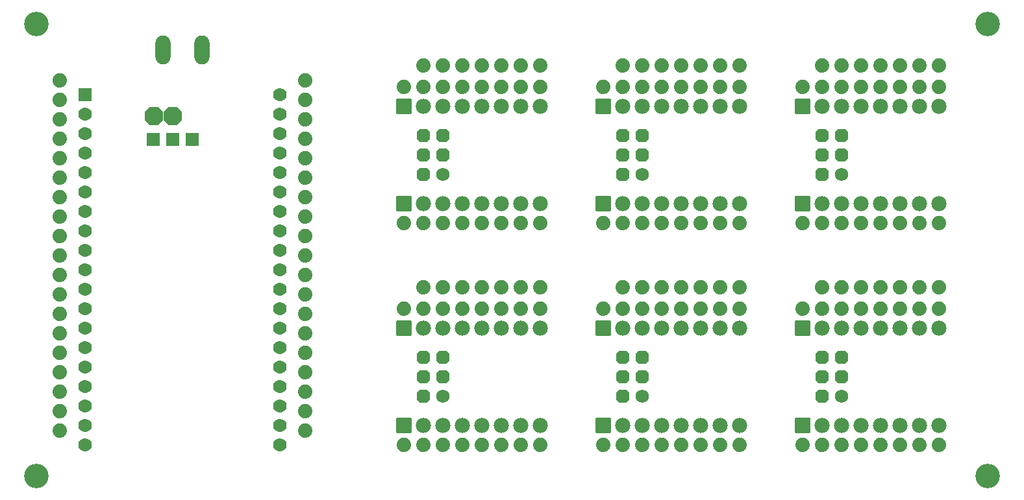
<source format=gbr>
%TF.GenerationSoftware,KiCad,Pcbnew,6.0.4-6f826c9f35~116~ubuntu20.04.1*%
%TF.CreationDate,2022-11-05T12:05:42+01:00*%
%TF.ProjectId,OST,4f53542e-6b69-4636-9164-5f7063625858,rev?*%
%TF.SameCoordinates,Original*%
%TF.FileFunction,Soldermask,Top*%
%TF.FilePolarity,Negative*%
%FSLAX46Y46*%
G04 Gerber Fmt 4.6, Leading zero omitted, Abs format (unit mm)*
G04 Created by KiCad (PCBNEW 6.0.4-6f826c9f35~116~ubuntu20.04.1) date 2022-11-05 12:05:42*
%MOMM*%
%LPD*%
G01*
G04 APERTURE LIST*
G04 Aperture macros list*
%AMRoundRect*
0 Rectangle with rounded corners*
0 $1 Rounding radius*
0 $2 $3 $4 $5 $6 $7 $8 $9 X,Y pos of 4 corners*
0 Add a 4 corners polygon primitive as box body*
4,1,4,$2,$3,$4,$5,$6,$7,$8,$9,$2,$3,0*
0 Add four circle primitives for the rounded corners*
1,1,$1+$1,$2,$3*
1,1,$1+$1,$4,$5*
1,1,$1+$1,$6,$7*
1,1,$1+$1,$8,$9*
0 Add four rect primitives between the rounded corners*
20,1,$1+$1,$2,$3,$4,$5,0*
20,1,$1+$1,$4,$5,$6,$7,0*
20,1,$1+$1,$6,$7,$8,$9,0*
20,1,$1+$1,$8,$9,$2,$3,0*%
%AMFreePoly0*
4,1,25,0.599469,1.161696,0.611592,1.151342,1.151342,0.611592,1.179849,0.555644,1.181100,0.539750,1.181100,-0.539750,1.161696,-0.599469,1.151342,-0.611592,0.611592,-1.151342,0.555644,-1.179849,0.539750,-1.181100,-0.539750,-1.181100,-0.599469,-1.161696,-0.611592,-1.151342,-1.151342,-0.611592,-1.179849,-0.555644,-1.181100,-0.539750,-1.181100,0.539750,-1.161696,0.599469,-1.151342,0.611592,
-0.611592,1.151342,-0.555644,1.179849,-0.539750,1.181100,0.539750,1.181100,0.599469,1.161696,0.599469,1.161696,$1*%
%AMFreePoly1*
4,1,25,0.440719,0.844196,0.452842,0.833842,0.833842,0.452842,0.862349,0.396894,0.863600,0.381000,0.863600,-0.381000,0.844196,-0.440719,0.833842,-0.452842,0.452842,-0.833842,0.396894,-0.862349,0.381000,-0.863600,-0.381000,-0.863600,-0.440719,-0.844196,-0.452842,-0.833842,-0.833842,-0.452842,-0.862349,-0.396894,-0.863600,-0.381000,-0.863600,0.381000,-0.844196,0.440719,-0.833842,0.452842,
-0.452842,0.833842,-0.396894,0.862349,-0.381000,0.863600,0.381000,0.863600,0.440719,0.844196,0.440719,0.844196,$1*%
G04 Aperture macros list end*
%ADD10RoundRect,0.101600X-0.765000X0.765000X-0.765000X-0.765000X0.765000X-0.765000X0.765000X0.765000X0*%
%ADD11RoundRect,0.101600X0.889000X-0.889000X0.889000X0.889000X-0.889000X0.889000X-0.889000X-0.889000X0*%
%ADD12C,1.981200*%
%ADD13C,3.200000*%
%ADD14FreePoly0,0.000000*%
%ADD15C,1.763200*%
%ADD16RoundRect,0.101600X-0.780000X-0.780000X0.780000X-0.780000X0.780000X0.780000X-0.780000X0.780000X0*%
%ADD17O,1.993900X3.784600*%
%ADD18C,1.879600*%
%ADD19FreePoly1,90.000000*%
%ADD20C,1.727200*%
G04 APERTURE END LIST*
D10*
%TO.C,T_MCU0*%
X106771100Y-90548600D03*
X104231100Y-90548600D03*
X101691100Y-90548600D03*
%TD*%
D11*
%TO.C,U1*%
X134341100Y-86243600D03*
D12*
X152121100Y-86243600D03*
X149581100Y-86243600D03*
X147041100Y-86243600D03*
X144501100Y-86243600D03*
X141961100Y-86243600D03*
X139421100Y-86243600D03*
X136881100Y-86243600D03*
X152121100Y-98943600D03*
X149581100Y-98943600D03*
X147041100Y-98943600D03*
X144501100Y-98943600D03*
X141961100Y-98943600D03*
X139421100Y-98943600D03*
X136881100Y-98943600D03*
D11*
X134341100Y-98943600D03*
%TD*%
D13*
%TO.C,H1*%
X210501100Y-134503600D03*
%TD*%
%TO.C,H2*%
X210501100Y-75503600D03*
%TD*%
%TO.C,H3*%
X86501100Y-134503600D03*
%TD*%
%TO.C,H4*%
X86501100Y-75503600D03*
%TD*%
D14*
%TO.C,PAD16*%
X104251100Y-87503600D03*
%TD*%
%TO.C,PAD17*%
X101751100Y-87503600D03*
%TD*%
D15*
%TO.C,MCU0*%
X118201100Y-130463600D03*
X118201100Y-127923600D03*
X118201100Y-125383600D03*
X118201100Y-122843600D03*
X118201100Y-120303600D03*
X118201100Y-117763600D03*
X118201100Y-115223600D03*
X118201100Y-112683600D03*
X118201100Y-110143600D03*
X118201100Y-107603600D03*
X118201100Y-105063600D03*
X118201100Y-102523600D03*
X118201100Y-99983600D03*
X118201100Y-97443600D03*
X118201100Y-94903600D03*
X118201100Y-92363600D03*
X118201100Y-89823600D03*
X118201100Y-87283600D03*
X118201100Y-84743600D03*
X92801100Y-127923600D03*
X92801100Y-125383600D03*
X92801100Y-122843600D03*
X92801100Y-120303600D03*
X92801100Y-117763600D03*
X92801100Y-115223600D03*
X92801100Y-112683600D03*
X92801100Y-110143600D03*
X92801100Y-107603600D03*
X92801100Y-105063600D03*
X92801100Y-102523600D03*
X92801100Y-99983600D03*
X92801100Y-97443600D03*
X92801100Y-94903600D03*
X92801100Y-92363600D03*
X92801100Y-89823600D03*
X92801100Y-130463600D03*
X92801100Y-87283600D03*
D16*
X92801100Y-84743600D03*
%TD*%
D17*
%TO.C,X1*%
X102961100Y-78868600D03*
X108041100Y-78868600D03*
%TD*%
D18*
%TO.C,U$1*%
X121501100Y-128613600D03*
X121501100Y-126073600D03*
X121501100Y-123533600D03*
X121501100Y-120993600D03*
X121501100Y-118453600D03*
X121501100Y-115913600D03*
X121501100Y-113373600D03*
X121501100Y-110833600D03*
X121501100Y-108293600D03*
X121501100Y-105753600D03*
X121501100Y-103213600D03*
X121501100Y-100673600D03*
X121501100Y-98133600D03*
X121501100Y-95593600D03*
X121501100Y-93053600D03*
X121501100Y-90513600D03*
X121501100Y-87973600D03*
X121501100Y-85433600D03*
X121501100Y-82893600D03*
%TD*%
%TO.C,U$2*%
X89501100Y-82893600D03*
X89501100Y-85433600D03*
X89501100Y-87973600D03*
X89501100Y-90513600D03*
X89501100Y-93053600D03*
X89501100Y-95593600D03*
X89501100Y-98133600D03*
X89501100Y-100673600D03*
X89501100Y-103213600D03*
X89501100Y-105753600D03*
X89501100Y-108293600D03*
X89501100Y-110833600D03*
X89501100Y-113373600D03*
X89501100Y-115913600D03*
X89501100Y-118453600D03*
X89501100Y-120993600D03*
X89501100Y-123533600D03*
X89501100Y-126073600D03*
X89501100Y-128613600D03*
%TD*%
%TO.C,U$3*%
X152121100Y-83703600D03*
X149581100Y-83703600D03*
X147041100Y-83703600D03*
X144501100Y-83703600D03*
X141961100Y-83703600D03*
X139421100Y-83703600D03*
X136881100Y-83703600D03*
X134341100Y-83703600D03*
%TD*%
%TO.C,U$4*%
X134341100Y-101483600D03*
X136881100Y-101483600D03*
X139421100Y-101483600D03*
X141961100Y-101483600D03*
X144501100Y-101483600D03*
X147041100Y-101483600D03*
X149581100Y-101483600D03*
X152121100Y-101483600D03*
%TD*%
D19*
%TO.C,U$5*%
X136881100Y-90053600D03*
X136881100Y-92593600D03*
X136881100Y-95133600D03*
X139421100Y-90053600D03*
X139421100Y-92593600D03*
D20*
X139421100Y-95133600D03*
%TD*%
D18*
%TO.C,U$6*%
X152121100Y-80893600D03*
X149581100Y-80893600D03*
X147041100Y-80893600D03*
X144501100Y-80893600D03*
X141961100Y-80893600D03*
X139421100Y-80893600D03*
X136881100Y-80893600D03*
%TD*%
D11*
%TO.C,U2*%
X134341100Y-115243600D03*
D12*
X152121100Y-115243600D03*
X149581100Y-115243600D03*
X147041100Y-115243600D03*
X144501100Y-115243600D03*
X141961100Y-115243600D03*
X139421100Y-115243600D03*
X136881100Y-115243600D03*
X152121100Y-127943600D03*
X149581100Y-127943600D03*
X147041100Y-127943600D03*
X144501100Y-127943600D03*
X141961100Y-127943600D03*
X139421100Y-127943600D03*
X136881100Y-127943600D03*
D11*
X134341100Y-127943600D03*
%TD*%
D18*
%TO.C,U$11*%
X152121100Y-112703600D03*
X149581100Y-112703600D03*
X147041100Y-112703600D03*
X144501100Y-112703600D03*
X141961100Y-112703600D03*
X139421100Y-112703600D03*
X136881100Y-112703600D03*
X134341100Y-112703600D03*
%TD*%
%TO.C,U$12*%
X134341100Y-130483600D03*
X136881100Y-130483600D03*
X139421100Y-130483600D03*
X141961100Y-130483600D03*
X144501100Y-130483600D03*
X147041100Y-130483600D03*
X149581100Y-130483600D03*
X152121100Y-130483600D03*
%TD*%
D19*
%TO.C,U$13*%
X136881100Y-119053600D03*
X136881100Y-121593600D03*
X136881100Y-124133600D03*
X139421100Y-119053600D03*
X139421100Y-121593600D03*
D20*
X139421100Y-124133600D03*
%TD*%
D18*
%TO.C,U$14*%
X152121100Y-109893600D03*
X149581100Y-109893600D03*
X147041100Y-109893600D03*
X144501100Y-109893600D03*
X141961100Y-109893600D03*
X139421100Y-109893600D03*
X136881100Y-109893600D03*
%TD*%
D11*
%TO.C,U3*%
X160341100Y-86243600D03*
D12*
X178121100Y-86243600D03*
X175581100Y-86243600D03*
X173041100Y-86243600D03*
X170501100Y-86243600D03*
X167961100Y-86243600D03*
X165421100Y-86243600D03*
X162881100Y-86243600D03*
X178121100Y-98943600D03*
X175581100Y-98943600D03*
X173041100Y-98943600D03*
X170501100Y-98943600D03*
X167961100Y-98943600D03*
X165421100Y-98943600D03*
X162881100Y-98943600D03*
D11*
X160341100Y-98943600D03*
%TD*%
D18*
%TO.C,U$15*%
X178121100Y-83703600D03*
X175581100Y-83703600D03*
X173041100Y-83703600D03*
X170501100Y-83703600D03*
X167961100Y-83703600D03*
X165421100Y-83703600D03*
X162881100Y-83703600D03*
X160341100Y-83703600D03*
%TD*%
%TO.C,U$16*%
X160341100Y-101483600D03*
X162881100Y-101483600D03*
X165421100Y-101483600D03*
X167961100Y-101483600D03*
X170501100Y-101483600D03*
X173041100Y-101483600D03*
X175581100Y-101483600D03*
X178121100Y-101483600D03*
%TD*%
D19*
%TO.C,U$17*%
X162881100Y-90053600D03*
X162881100Y-92593600D03*
X162881100Y-95133600D03*
X165421100Y-90053600D03*
X165421100Y-92593600D03*
D20*
X165421100Y-95133600D03*
%TD*%
D18*
%TO.C,U$18*%
X178121100Y-80893600D03*
X175581100Y-80893600D03*
X173041100Y-80893600D03*
X170501100Y-80893600D03*
X167961100Y-80893600D03*
X165421100Y-80893600D03*
X162881100Y-80893600D03*
%TD*%
D11*
%TO.C,U5*%
X186341100Y-86243600D03*
D12*
X204121100Y-86243600D03*
X201581100Y-86243600D03*
X199041100Y-86243600D03*
X196501100Y-86243600D03*
X193961100Y-86243600D03*
X191421100Y-86243600D03*
X188881100Y-86243600D03*
X204121100Y-98943600D03*
X201581100Y-98943600D03*
X199041100Y-98943600D03*
X196501100Y-98943600D03*
X193961100Y-98943600D03*
X191421100Y-98943600D03*
X188881100Y-98943600D03*
D11*
X186341100Y-98943600D03*
%TD*%
D18*
%TO.C,U$23*%
X204121100Y-83703600D03*
X201581100Y-83703600D03*
X199041100Y-83703600D03*
X196501100Y-83703600D03*
X193961100Y-83703600D03*
X191421100Y-83703600D03*
X188881100Y-83703600D03*
X186341100Y-83703600D03*
%TD*%
%TO.C,U$24*%
X186341100Y-101483600D03*
X188881100Y-101483600D03*
X191421100Y-101483600D03*
X193961100Y-101483600D03*
X196501100Y-101483600D03*
X199041100Y-101483600D03*
X201581100Y-101483600D03*
X204121100Y-101483600D03*
%TD*%
D19*
%TO.C,U$25*%
X188881100Y-90053600D03*
X188881100Y-92593600D03*
X188881100Y-95133600D03*
X191421100Y-90053600D03*
X191421100Y-92593600D03*
D20*
X191421100Y-95133600D03*
%TD*%
D18*
%TO.C,U$26*%
X204121100Y-80893600D03*
X201581100Y-80893600D03*
X199041100Y-80893600D03*
X196501100Y-80893600D03*
X193961100Y-80893600D03*
X191421100Y-80893600D03*
X188881100Y-80893600D03*
%TD*%
D11*
%TO.C,U4*%
X160341100Y-115243600D03*
D12*
X178121100Y-115243600D03*
X175581100Y-115243600D03*
X173041100Y-115243600D03*
X170501100Y-115243600D03*
X167961100Y-115243600D03*
X165421100Y-115243600D03*
X162881100Y-115243600D03*
X178121100Y-127943600D03*
X175581100Y-127943600D03*
X173041100Y-127943600D03*
X170501100Y-127943600D03*
X167961100Y-127943600D03*
X165421100Y-127943600D03*
X162881100Y-127943600D03*
D11*
X160341100Y-127943600D03*
%TD*%
D18*
%TO.C,U$31*%
X178121100Y-112703600D03*
X175581100Y-112703600D03*
X173041100Y-112703600D03*
X170501100Y-112703600D03*
X167961100Y-112703600D03*
X165421100Y-112703600D03*
X162881100Y-112703600D03*
X160341100Y-112703600D03*
%TD*%
%TO.C,U$32*%
X160341100Y-130483600D03*
X162881100Y-130483600D03*
X165421100Y-130483600D03*
X167961100Y-130483600D03*
X170501100Y-130483600D03*
X173041100Y-130483600D03*
X175581100Y-130483600D03*
X178121100Y-130483600D03*
%TD*%
D19*
%TO.C,U$33*%
X162881100Y-119053600D03*
X162881100Y-121593600D03*
X162881100Y-124133600D03*
X165421100Y-119053600D03*
X165421100Y-121593600D03*
D20*
X165421100Y-124133600D03*
%TD*%
D18*
%TO.C,U$34*%
X178121100Y-109893600D03*
X175581100Y-109893600D03*
X173041100Y-109893600D03*
X170501100Y-109893600D03*
X167961100Y-109893600D03*
X165421100Y-109893600D03*
X162881100Y-109893600D03*
%TD*%
D11*
%TO.C,U6*%
X186341100Y-115243600D03*
D12*
X204121100Y-115243600D03*
X201581100Y-115243600D03*
X199041100Y-115243600D03*
X196501100Y-115243600D03*
X193961100Y-115243600D03*
X191421100Y-115243600D03*
X188881100Y-115243600D03*
X204121100Y-127943600D03*
X201581100Y-127943600D03*
X199041100Y-127943600D03*
X196501100Y-127943600D03*
X193961100Y-127943600D03*
X191421100Y-127943600D03*
X188881100Y-127943600D03*
D11*
X186341100Y-127943600D03*
%TD*%
D18*
%TO.C,U$39*%
X204121100Y-112703600D03*
X201581100Y-112703600D03*
X199041100Y-112703600D03*
X196501100Y-112703600D03*
X193961100Y-112703600D03*
X191421100Y-112703600D03*
X188881100Y-112703600D03*
X186341100Y-112703600D03*
%TD*%
%TO.C,U$40*%
X186341100Y-130483600D03*
X188881100Y-130483600D03*
X191421100Y-130483600D03*
X193961100Y-130483600D03*
X196501100Y-130483600D03*
X199041100Y-130483600D03*
X201581100Y-130483600D03*
X204121100Y-130483600D03*
%TD*%
D19*
%TO.C,U$41*%
X188881100Y-119053600D03*
X188881100Y-121593600D03*
X188881100Y-124133600D03*
X191421100Y-119053600D03*
X191421100Y-121593600D03*
D20*
X191421100Y-124133600D03*
%TD*%
D18*
%TO.C,U$42*%
X204121100Y-109893600D03*
X201581100Y-109893600D03*
X199041100Y-109893600D03*
X196501100Y-109893600D03*
X193961100Y-109893600D03*
X191421100Y-109893600D03*
X188881100Y-109893600D03*
%TD*%
M02*

</source>
